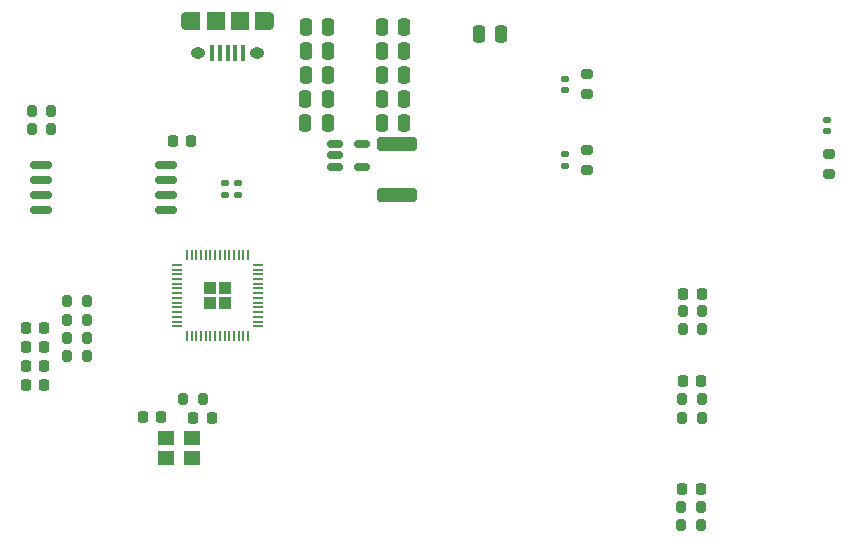
<source format=gtp>
G04 #@! TF.GenerationSoftware,KiCad,Pcbnew,6.0.6-3a73a75311~116~ubuntu20.04.1*
G04 #@! TF.CreationDate,2022-09-28T13:41:04-04:00*
G04 #@! TF.ProjectId,powerboard,706f7765-7262-46f6-9172-642e6b696361,rev?*
G04 #@! TF.SameCoordinates,Original*
G04 #@! TF.FileFunction,Paste,Top*
G04 #@! TF.FilePolarity,Positive*
%FSLAX46Y46*%
G04 Gerber Fmt 4.6, Leading zero omitted, Abs format (unit mm)*
G04 Created by KiCad (PCBNEW 6.0.6-3a73a75311~116~ubuntu20.04.1) date 2022-09-28 13:41:04*
%MOMM*%
%LPD*%
G01*
G04 APERTURE LIST*
G04 Aperture macros list*
%AMRoundRect*
0 Rectangle with rounded corners*
0 $1 Rounding radius*
0 $2 $3 $4 $5 $6 $7 $8 $9 X,Y pos of 4 corners*
0 Add a 4 corners polygon primitive as box body*
4,1,4,$2,$3,$4,$5,$6,$7,$8,$9,$2,$3,0*
0 Add four circle primitives for the rounded corners*
1,1,$1+$1,$2,$3*
1,1,$1+$1,$4,$5*
1,1,$1+$1,$6,$7*
1,1,$1+$1,$8,$9*
0 Add four rect primitives between the rounded corners*
20,1,$1+$1,$2,$3,$4,$5,0*
20,1,$1+$1,$4,$5,$6,$7,0*
20,1,$1+$1,$6,$7,$8,$9,0*
20,1,$1+$1,$8,$9,$2,$3,0*%
G04 Aperture macros list end*
%ADD10RoundRect,0.140000X0.170000X-0.140000X0.170000X0.140000X-0.170000X0.140000X-0.170000X-0.140000X0*%
%ADD11RoundRect,0.200000X0.200000X0.275000X-0.200000X0.275000X-0.200000X-0.275000X0.200000X-0.275000X0*%
%ADD12O,0.890000X1.550000*%
%ADD13O,1.250000X0.950000*%
%ADD14R,0.400000X1.350000*%
%ADD15R,1.500000X1.550000*%
%ADD16R,1.200000X1.550000*%
%ADD17RoundRect,0.225000X0.225000X0.250000X-0.225000X0.250000X-0.225000X-0.250000X0.225000X-0.250000X0*%
%ADD18RoundRect,0.250000X-0.250000X-0.475000X0.250000X-0.475000X0.250000X0.475000X-0.250000X0.475000X0*%
%ADD19RoundRect,0.250000X0.250000X0.475000X-0.250000X0.475000X-0.250000X-0.475000X0.250000X-0.475000X0*%
%ADD20RoundRect,0.225000X-0.225000X-0.250000X0.225000X-0.250000X0.225000X0.250000X-0.225000X0.250000X0*%
%ADD21RoundRect,0.218750X-0.218750X-0.256250X0.218750X-0.256250X0.218750X0.256250X-0.218750X0.256250X0*%
%ADD22RoundRect,0.200000X-0.200000X-0.275000X0.200000X-0.275000X0.200000X0.275000X-0.200000X0.275000X0*%
%ADD23RoundRect,0.200000X-0.275000X0.200000X-0.275000X-0.200000X0.275000X-0.200000X0.275000X0.200000X0*%
%ADD24RoundRect,0.140000X-0.170000X0.140000X-0.170000X-0.140000X0.170000X-0.140000X0.170000X0.140000X0*%
%ADD25RoundRect,0.150000X-0.512500X-0.150000X0.512500X-0.150000X0.512500X0.150000X-0.512500X0.150000X0*%
%ADD26RoundRect,0.150000X-0.750000X-0.150000X0.750000X-0.150000X0.750000X0.150000X-0.750000X0.150000X0*%
%ADD27R,1.400000X1.200000*%
%ADD28RoundRect,0.135000X0.185000X-0.135000X0.185000X0.135000X-0.185000X0.135000X-0.185000X-0.135000X0*%
%ADD29RoundRect,0.200000X0.275000X-0.200000X0.275000X0.200000X-0.275000X0.200000X-0.275000X-0.200000X0*%
%ADD30RoundRect,0.250000X-0.292217X-0.292217X0.292217X-0.292217X0.292217X0.292217X-0.292217X0.292217X0*%
%ADD31RoundRect,0.050000X-0.387500X-0.050000X0.387500X-0.050000X0.387500X0.050000X-0.387500X0.050000X0*%
%ADD32RoundRect,0.050000X-0.050000X-0.387500X0.050000X-0.387500X0.050000X0.387500X-0.050000X0.387500X0*%
%ADD33RoundRect,0.250000X1.450000X-0.312500X1.450000X0.312500X-1.450000X0.312500X-1.450000X-0.312500X0*%
G04 APERTURE END LIST*
D10*
X127330200Y-25905400D03*
X127330200Y-24945400D03*
D11*
X74485000Y-48615600D03*
X72835000Y-48615600D03*
D12*
X73081000Y-16637000D03*
X80081000Y-16637000D03*
D13*
X74081000Y-19337000D03*
X79081000Y-19337000D03*
D14*
X77881000Y-19337000D03*
X77231000Y-19337000D03*
X76581000Y-19337000D03*
X75931000Y-19337000D03*
X75281000Y-19337000D03*
D15*
X75581000Y-16637000D03*
D16*
X79481000Y-16637000D03*
D15*
X77581000Y-16637000D03*
D16*
X73681000Y-16637000D03*
D17*
X70955200Y-50165000D03*
X69405200Y-50165000D03*
D18*
X89626400Y-25196800D03*
X91526400Y-25196800D03*
D19*
X85051750Y-23195200D03*
X83151750Y-23195200D03*
D20*
X115150600Y-39700200D03*
X116700600Y-39700200D03*
D21*
X59461300Y-45821600D03*
X61036300Y-45821600D03*
D19*
X85051750Y-25227200D03*
X83151750Y-25227200D03*
D22*
X114999000Y-59306400D03*
X116649000Y-59306400D03*
D17*
X73495200Y-26720800D03*
X71945200Y-26720800D03*
D20*
X115074400Y-56184800D03*
X116624400Y-56184800D03*
D19*
X85077150Y-19131200D03*
X83177150Y-19131200D03*
D20*
X115125200Y-47040800D03*
X116675200Y-47040800D03*
D22*
X60008000Y-24180800D03*
X61658000Y-24180800D03*
X115075200Y-50215800D03*
X116725200Y-50215800D03*
D23*
X107035600Y-21120600D03*
X107035600Y-22770600D03*
D10*
X105105200Y-22463400D03*
X105105200Y-21503400D03*
D24*
X105105200Y-27891800D03*
X105105200Y-28851800D03*
D11*
X64629800Y-40335200D03*
X62979800Y-40335200D03*
X116750600Y-41173400D03*
X115100600Y-41173400D03*
D18*
X89626400Y-21183600D03*
X91526400Y-21183600D03*
D11*
X64629800Y-44983400D03*
X62979800Y-44983400D03*
D25*
X85656650Y-27020400D03*
X85656650Y-27970400D03*
X85656650Y-28920400D03*
X87931650Y-28920400D03*
X87931650Y-27020400D03*
D11*
X64629800Y-41884600D03*
X62979800Y-41884600D03*
D20*
X73672400Y-50215800D03*
X75222400Y-50215800D03*
D19*
X85074800Y-17119600D03*
X83174800Y-17119600D03*
D22*
X115100600Y-42646600D03*
X116750600Y-42646600D03*
D18*
X89626400Y-23190200D03*
X91526400Y-23190200D03*
D26*
X60740400Y-28752800D03*
X60740400Y-30022800D03*
X60740400Y-31292800D03*
X60740400Y-32562800D03*
X71390400Y-32562800D03*
X71390400Y-31292800D03*
X71390400Y-30022800D03*
X71390400Y-28752800D03*
D27*
X73540800Y-51905800D03*
X71340800Y-51905800D03*
X71340800Y-53605800D03*
X73540800Y-53605800D03*
D21*
X59461300Y-42595800D03*
X61036300Y-42595800D03*
X59461300Y-44196000D03*
X61036300Y-44196000D03*
D18*
X89626400Y-19177000D03*
X91526400Y-19177000D03*
D28*
X76377800Y-31294800D03*
X76377800Y-30274800D03*
D11*
X116649000Y-57734200D03*
X114999000Y-57734200D03*
D21*
X59461300Y-47447200D03*
X61036300Y-47447200D03*
D11*
X116725200Y-48641000D03*
X115075200Y-48641000D03*
D19*
X85077150Y-21163200D03*
X83177150Y-21163200D03*
D29*
X107035600Y-29196800D03*
X107035600Y-27546800D03*
D30*
X76351900Y-40483150D03*
X75076900Y-40483150D03*
X75076900Y-39208150D03*
X76351900Y-39208150D03*
D31*
X72276900Y-37245650D03*
X72276900Y-37645650D03*
X72276900Y-38045650D03*
X72276900Y-38445650D03*
X72276900Y-38845650D03*
X72276900Y-39245650D03*
X72276900Y-39645650D03*
X72276900Y-40045650D03*
X72276900Y-40445650D03*
X72276900Y-40845650D03*
X72276900Y-41245650D03*
X72276900Y-41645650D03*
X72276900Y-42045650D03*
X72276900Y-42445650D03*
D32*
X73114400Y-43283150D03*
X73514400Y-43283150D03*
X73914400Y-43283150D03*
X74314400Y-43283150D03*
X74714400Y-43283150D03*
X75114400Y-43283150D03*
X75514400Y-43283150D03*
X75914400Y-43283150D03*
X76314400Y-43283150D03*
X76714400Y-43283150D03*
X77114400Y-43283150D03*
X77514400Y-43283150D03*
X77914400Y-43283150D03*
X78314400Y-43283150D03*
D31*
X79151900Y-42445650D03*
X79151900Y-42045650D03*
X79151900Y-41645650D03*
X79151900Y-41245650D03*
X79151900Y-40845650D03*
X79151900Y-40445650D03*
X79151900Y-40045650D03*
X79151900Y-39645650D03*
X79151900Y-39245650D03*
X79151900Y-38845650D03*
X79151900Y-38445650D03*
X79151900Y-38045650D03*
X79151900Y-37645650D03*
X79151900Y-37245650D03*
D32*
X78314400Y-36408150D03*
X77914400Y-36408150D03*
X77514400Y-36408150D03*
X77114400Y-36408150D03*
X76714400Y-36408150D03*
X76314400Y-36408150D03*
X75914400Y-36408150D03*
X75514400Y-36408150D03*
X75114400Y-36408150D03*
X74714400Y-36408150D03*
X74314400Y-36408150D03*
X73914400Y-36408150D03*
X73514400Y-36408150D03*
X73114400Y-36408150D03*
D29*
X127457200Y-29527000D03*
X127457200Y-27877000D03*
D33*
X90881200Y-31322100D03*
X90881200Y-27047100D03*
D18*
X89626400Y-17145000D03*
X91526400Y-17145000D03*
D22*
X59982600Y-25781000D03*
X61632600Y-25781000D03*
D18*
X97856000Y-17729200D03*
X99756000Y-17729200D03*
D11*
X64629800Y-43434000D03*
X62979800Y-43434000D03*
D28*
X77444600Y-31294800D03*
X77444600Y-30274800D03*
M02*

</source>
